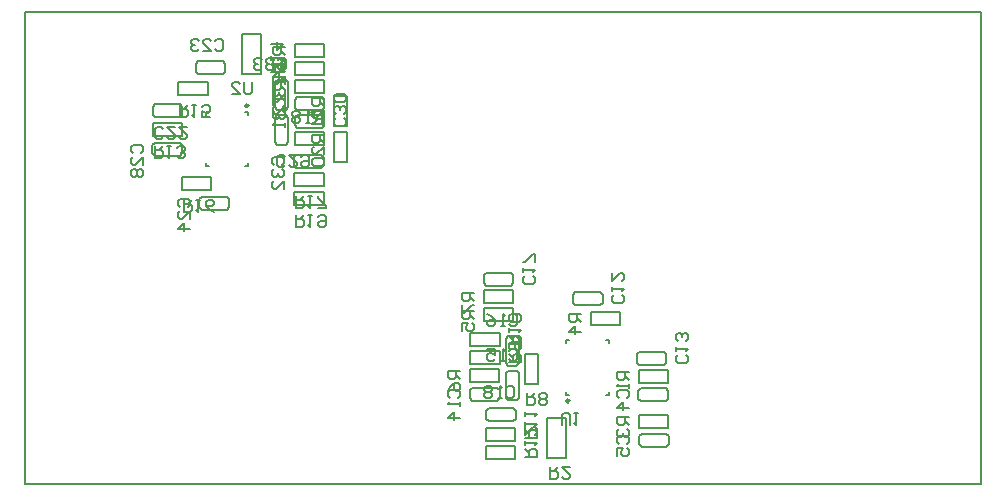
<source format=gbo>
%FSLAX25Y25*%
%MOIN*%
G70*
G01*
G75*
G04 Layer_Color=32896*
%ADD10R,0.10630X0.03937*%
%ADD11R,0.02126X0.03543*%
%ADD12R,0.06299X0.01969*%
%ADD13R,0.07874X0.14410*%
%ADD14R,0.09843X0.14410*%
%ADD15R,0.25590X0.07559*%
%ADD16R,0.03543X0.02126*%
%ADD17R,0.01969X0.06299*%
%ADD18R,0.14410X0.07874*%
%ADD19R,0.14410X0.09843*%
%ADD20R,0.48504X0.15354*%
%ADD21C,0.00800*%
%ADD22R,0.19863X0.06977*%
%ADD23R,0.06180X0.93198*%
%ADD24R,0.45000X0.11900*%
%ADD25R,0.14563X0.09851*%
%ADD26R,0.30545X0.09475*%
%ADD27R,0.84414X0.11700*%
%ADD28R,0.46600X0.09300*%
%ADD29R,0.07500X0.15800*%
%ADD30R,0.07871X0.17200*%
%ADD31C,0.00500*%
%ADD32O,0.11811X0.09843*%
%ADD33R,0.11811X0.09843*%
%ADD34C,0.04000*%
%ADD35C,0.03000*%
%ADD36C,0.02000*%
%ADD37C,0.05000*%
%ADD38R,0.02756X0.03347*%
%ADD39R,0.03347X0.02756*%
%ADD40R,0.05118X0.03937*%
%ADD41O,0.02756X0.01181*%
%ADD42O,0.01181X0.02756*%
%ADD43R,0.07087X0.13386*%
%ADD44R,0.05000X0.94000*%
%ADD45R,0.16800X0.04300*%
%ADD46R,0.02620X0.27359*%
%ADD47R,0.02295X0.26700*%
%ADD48C,0.01000*%
%ADD49R,0.82400X0.16100*%
%ADD50R,0.11430X0.04737*%
%ADD51R,0.02926X0.04343*%
%ADD52R,0.07099X0.02769*%
%ADD53R,0.08674X0.15210*%
%ADD54R,0.10642X0.15210*%
%ADD55R,0.26391X0.08359*%
%ADD56R,0.04343X0.02926*%
%ADD57R,0.02769X0.07099*%
%ADD58R,0.15210X0.08674*%
%ADD59R,0.15210X0.10642*%
%ADD60R,0.49304X0.16154*%
%ADD61O,0.12611X0.10642*%
%ADD62R,0.12611X0.10642*%
%ADD63R,0.03556X0.04147*%
%ADD64R,0.04147X0.03556*%
%ADD65R,0.05918X0.04737*%
%ADD66O,0.03556X0.01981*%
%ADD67O,0.01981X0.03556*%
%ADD68R,0.07887X0.14186*%
%ADD69C,0.00984*%
D31*
X43445Y-30835D02*
X51713D01*
X52500Y-34378D02*
Y-31622D01*
X42658Y-34378D02*
Y-31622D01*
X43445Y-35165D02*
X51713D01*
X42658Y-34378D02*
X43445Y-35165D01*
X42658Y-31622D02*
X43445Y-30835D01*
X51713D02*
X52500Y-31622D01*
X51713Y-35165D02*
X52500Y-34378D01*
X57739Y-20765D02*
X66007D01*
X56952Y-19978D02*
Y-17222D01*
X66795Y-19978D02*
Y-17222D01*
X57739Y-16435D02*
X66007D01*
X66795Y-17222D01*
X66007Y-20765D02*
X66795Y-19978D01*
X56952D02*
X57739Y-20765D01*
X56952Y-17222D02*
X57739Y-16435D01*
X59039Y-65865D02*
X67307D01*
X58252Y-65078D02*
Y-62322D01*
X68094Y-65078D02*
Y-62322D01*
X59039Y-61535D02*
X67307D01*
X68094Y-62322D01*
X67307Y-65865D02*
X68094Y-65078D01*
X58252D02*
X59039Y-65865D01*
X58252Y-62322D02*
X59039Y-61535D01*
X43339Y-47865D02*
X51607D01*
X42552Y-47078D02*
Y-44322D01*
X52394Y-47078D02*
Y-44322D01*
X43339Y-43535D02*
X51607D01*
X52394Y-44322D01*
X51607Y-47865D02*
X52394Y-47078D01*
X42552D02*
X43339Y-47865D01*
X42552Y-44322D02*
X43339Y-43535D01*
X87765Y-43487D02*
Y-35219D01*
X84222Y-44274D02*
X86978D01*
X84222Y-34431D02*
X86978D01*
X83435Y-43487D02*
Y-35219D01*
X84222Y-34431D01*
X86978D02*
X87765Y-35219D01*
X86978Y-44274D02*
X87765Y-43487D01*
X83435D02*
X84222Y-44274D01*
X90739Y-34275D02*
X99007D01*
X99795Y-37818D02*
Y-35062D01*
X89952Y-37818D02*
Y-35062D01*
X90739Y-38605D02*
X99007D01*
X89952Y-37818D02*
X90739Y-38605D01*
X89952Y-35062D02*
X90739Y-34275D01*
X99007D02*
X99795Y-35062D01*
X99007Y-38605D02*
X99795Y-37818D01*
X90739Y-32745D02*
X99007D01*
X89952Y-31958D02*
Y-29202D01*
X99795Y-31958D02*
Y-29202D01*
X90739Y-28415D02*
X99007D01*
X99795Y-29202D01*
X99007Y-32745D02*
X99795Y-31958D01*
X89952D02*
X90739Y-32745D01*
X89952Y-29202D02*
X90739Y-28415D01*
X90545Y-51965D02*
X98813D01*
X89758Y-51178D02*
Y-48422D01*
X99600Y-51178D02*
Y-48422D01*
X90545Y-47635D02*
X98813D01*
X99600Y-48422D01*
X98813Y-51965D02*
X99600Y-51178D01*
X89758D02*
X90545Y-51965D01*
X89758Y-48422D02*
X90545Y-47635D01*
X83435Y-31781D02*
Y-23513D01*
X84222Y-22726D02*
X86978D01*
X84222Y-32568D02*
X86978D01*
X87765Y-31781D02*
Y-23513D01*
X86978Y-32568D02*
X87765Y-31781D01*
X83435D02*
X84222Y-32568D01*
X83435Y-23513D02*
X84222Y-22726D01*
X86978D02*
X87765Y-23513D01*
X42658Y-41365D02*
X52500D01*
X42658Y-37035D02*
X52500D01*
X42658Y-41365D02*
Y-37035D01*
X52500Y-41365D02*
Y-37035D01*
X72576Y-7370D02*
X78876D01*
X72576Y-20756D02*
X78876D01*
X72576Y-8354D02*
X72576D01*
X78876Y-20756D02*
Y-7370D01*
X72576Y-20756D02*
Y-7370D01*
X51157Y-27665D02*
X61000D01*
X51157Y-23335D02*
X61000D01*
X51157Y-27665D02*
Y-23335D01*
X61000Y-27665D02*
Y-23335D01*
X52358Y-59365D02*
X62200D01*
X52358Y-55035D02*
X62200D01*
X52358Y-59365D02*
Y-55035D01*
X62200Y-59365D02*
Y-55035D01*
X89863Y-57965D02*
X99705D01*
X89863Y-53635D02*
X99705D01*
X89863Y-57965D02*
Y-53635D01*
X99705Y-57965D02*
Y-53635D01*
X89952Y-40135D02*
X99795D01*
X89952Y-44465D02*
X99795D01*
Y-40135D01*
X89952Y-44465D02*
Y-40135D01*
X89863Y-64265D02*
X99705D01*
X89863Y-59935D02*
X99705D01*
X89863Y-64265D02*
Y-59935D01*
X99705Y-64265D02*
Y-59935D01*
X103135Y-49974D02*
Y-40132D01*
X107465Y-49974D02*
Y-40132D01*
X103135D02*
X107465D01*
X103135Y-49974D02*
X107465D01*
X102935Y-37874D02*
Y-28032D01*
X107265Y-37874D02*
Y-28032D01*
X102935D02*
X107265D01*
X102935Y-37874D02*
X107265D01*
X89952Y-22555D02*
X99795D01*
X89952Y-26885D02*
X99795D01*
Y-22555D01*
X89952Y-26885D02*
Y-22555D01*
Y-16695D02*
X99795D01*
X89952Y-21025D02*
X99795D01*
Y-16695D01*
X89952Y-21025D02*
Y-16695D01*
Y-10835D02*
X99795D01*
X89952Y-15165D02*
X99795D01*
Y-10835D01*
X89952Y-15165D02*
Y-10835D01*
X74513Y-34200D02*
Y-33245D01*
X73528D02*
X74513D01*
X60339D02*
X61324D01*
X60339Y-34200D02*
Y-33245D01*
Y-51355D02*
Y-50400D01*
Y-51355D02*
X61324D01*
X73528D02*
X74513D01*
Y-50300D01*
X154639Y-136459D02*
X162907D01*
X153852Y-135672D02*
Y-132916D01*
X163695Y-135672D02*
Y-132916D01*
X154639Y-132128D02*
X162907D01*
X163695Y-132916D01*
X162907Y-136459D02*
X163695Y-135672D01*
X153852D02*
X154639Y-136459D01*
X153852Y-132916D02*
X154639Y-132128D01*
X149213Y-129565D02*
X157481D01*
X148426Y-128778D02*
Y-126022D01*
X158268Y-128778D02*
Y-126022D01*
X149213Y-125235D02*
X157481D01*
X158268Y-126022D01*
X157481Y-129565D02*
X158268Y-128778D01*
X148426D02*
X149213Y-129565D01*
X148426Y-126022D02*
X149213Y-125235D01*
X160461Y-128675D02*
Y-120407D01*
X161248Y-119620D02*
X164004D01*
X161248Y-129462D02*
X164004D01*
X164791Y-128675D02*
Y-120407D01*
X164004Y-129462D02*
X164791Y-128675D01*
X160461D02*
X161248Y-129462D01*
X160461Y-120407D02*
X161248Y-119620D01*
X164004D02*
X164791Y-120407D01*
X160361Y-117175D02*
Y-108907D01*
X161148Y-108120D02*
X163904D01*
X161148Y-117962D02*
X163904D01*
X164691Y-117175D02*
Y-108907D01*
X163904Y-117962D02*
X164691Y-117175D01*
X160361D02*
X161148Y-117962D01*
X160361Y-108907D02*
X161148Y-108120D01*
X163904D02*
X164691Y-108907D01*
X153819Y-86935D02*
X162087D01*
X162874Y-90478D02*
Y-87722D01*
X153032Y-90478D02*
Y-87722D01*
X153819Y-91265D02*
X162087D01*
X153032Y-90478D02*
X153819Y-91265D01*
X153032Y-87722D02*
X153819Y-86935D01*
X162087D02*
X162874Y-87722D01*
X162087Y-91265D02*
X162874Y-90478D01*
X148352Y-119028D02*
X158194D01*
X148352Y-123359D02*
X158194D01*
Y-119028D01*
X148352Y-123359D02*
Y-119028D01*
X153052Y-92828D02*
X162894D01*
X153052Y-97159D02*
X162894D01*
Y-92828D01*
X153052Y-97159D02*
Y-92828D01*
X166861Y-123868D02*
Y-114025D01*
X171191Y-123868D02*
Y-114025D01*
X166861D02*
X171191D01*
X166861Y-123868D02*
X171191D01*
X148432Y-117365D02*
X158274D01*
X148432Y-113035D02*
X158274D01*
X148432Y-117365D02*
Y-113035D01*
X158274Y-117365D02*
Y-113035D01*
X148432Y-111465D02*
X158274D01*
X148432Y-107135D02*
X158274D01*
X148432Y-111465D02*
Y-107135D01*
X158274Y-111465D02*
Y-107135D01*
X153657Y-142859D02*
X163500D01*
X153657Y-138528D02*
X163500D01*
X153657Y-142859D02*
Y-138528D01*
X163500Y-142859D02*
Y-138528D01*
X153657Y-149059D02*
X163500D01*
X153657Y-144728D02*
X163500D01*
X153657Y-149059D02*
Y-144728D01*
X163500Y-149059D02*
Y-144728D01*
X153052Y-98828D02*
X162894D01*
X153052Y-103159D02*
X162894D01*
Y-98828D01*
X153052Y-103159D02*
Y-98828D01*
X205339Y-129759D02*
X213607D01*
X204552Y-128972D02*
Y-126216D01*
X214394Y-128972D02*
Y-126216D01*
X205339Y-125428D02*
X213607D01*
X214394Y-126216D01*
X213607Y-129759D02*
X214394Y-128972D01*
X204552D02*
X205339Y-129759D01*
X204552Y-126216D02*
X205339Y-125428D01*
X205639Y-144959D02*
X213907D01*
X204852Y-144172D02*
Y-141416D01*
X214694Y-144172D02*
Y-141416D01*
X205639Y-140628D02*
X213907D01*
X214694Y-141416D01*
X213907Y-144959D02*
X214694Y-144172D01*
X204852D02*
X205639Y-144959D01*
X204852Y-141416D02*
X205639Y-140628D01*
X204614Y-119306D02*
X214457D01*
X204614Y-123637D02*
X214457D01*
Y-119306D01*
X204614Y-123637D02*
Y-119306D01*
X174176Y-148624D02*
X180476D01*
X174176Y-135238D02*
X180476D01*
X180476Y-147639D02*
X180476D01*
X174176Y-148624D02*
Y-135238D01*
X180476Y-148624D02*
Y-135238D01*
X204752Y-134428D02*
X214595D01*
X204752Y-138759D02*
X214595D01*
Y-134428D01*
X204752Y-138759D02*
Y-134428D01*
X204845Y-113328D02*
X213113D01*
X213900Y-116872D02*
Y-114116D01*
X204058Y-116872D02*
Y-114116D01*
X204845Y-117659D02*
X213113D01*
X204058Y-116872D02*
X204845Y-117659D01*
X204058Y-114116D02*
X204845Y-113328D01*
X213113D02*
X213900Y-114116D01*
X213113Y-117659D02*
X213900Y-116872D01*
X183545Y-93428D02*
X191813D01*
X192600Y-96972D02*
Y-94216D01*
X182757Y-96972D02*
Y-94216D01*
X183545Y-97759D02*
X191813D01*
X182757Y-96972D02*
X183545Y-97759D01*
X182757Y-94216D02*
X183545Y-93428D01*
X191813D02*
X192600Y-94216D01*
X191813Y-97759D02*
X192600Y-96972D01*
X188652Y-99928D02*
X198495D01*
X188652Y-104259D02*
X198495D01*
Y-99928D01*
X188652Y-104259D02*
Y-99928D01*
X180539Y-127549D02*
Y-126594D01*
Y-127549D02*
X181524D01*
X193728D02*
X194713D01*
Y-126594D01*
Y-110394D02*
Y-109439D01*
X193728D02*
X194713D01*
X180539D02*
X181524D01*
X180539Y-110494D02*
Y-109439D01*
X179176Y-137542D02*
Y-134210D01*
X179842Y-133544D01*
X181175D01*
X181842Y-134210D01*
Y-137542D01*
X183175Y-133544D02*
X184508D01*
X183841D01*
Y-137542D01*
X183175Y-136876D01*
X75876Y-23251D02*
Y-26584D01*
X75209Y-27250D01*
X73877D01*
X73210Y-26584D01*
Y-23251D01*
X69212Y-27250D02*
X71877D01*
X69212Y-24584D01*
Y-23918D01*
X69878Y-23251D01*
X71211D01*
X71877Y-23918D01*
X149776Y-99544D02*
X145777D01*
Y-101543D01*
X146444Y-102209D01*
X147777D01*
X148443Y-101543D01*
Y-99544D01*
Y-100877D02*
X149776Y-102209D01*
X145777Y-106208D02*
Y-103542D01*
X147777D01*
X147110Y-104875D01*
Y-105542D01*
X147777Y-106208D01*
X149109D01*
X149776Y-105542D01*
Y-104209D01*
X149109Y-103542D01*
X166776Y-148344D02*
X170775D01*
Y-146344D01*
X170108Y-145678D01*
X168775D01*
X168109Y-146344D01*
Y-148344D01*
Y-147011D02*
X166776Y-145678D01*
Y-144345D02*
Y-143012D01*
Y-143678D01*
X170775D01*
X170108Y-144345D01*
X166776Y-138347D02*
Y-141013D01*
X169442Y-138347D01*
X170108D01*
X170775Y-139013D01*
Y-140346D01*
X170108Y-141013D01*
X166776Y-142144D02*
X170775D01*
Y-140144D01*
X170108Y-139478D01*
X168775D01*
X168109Y-140144D01*
Y-142144D01*
Y-140811D02*
X166776Y-139478D01*
Y-138145D02*
Y-136812D01*
Y-137478D01*
X170775D01*
X170108Y-138145D01*
X166776Y-134813D02*
Y-133480D01*
Y-134146D01*
X170775D01*
X170108Y-134813D01*
X161550Y-110750D02*
X165549D01*
Y-108751D01*
X164882Y-108084D01*
X163549D01*
X162883Y-108751D01*
Y-110750D01*
Y-109417D02*
X161550Y-108084D01*
Y-106751D02*
Y-105418D01*
Y-106085D01*
X165549D01*
X164882Y-106751D01*
Y-103419D02*
X165549Y-102753D01*
Y-101420D01*
X164882Y-100753D01*
X162216D01*
X161550Y-101420D01*
Y-102753D01*
X162216Y-103419D01*
X164882D01*
X161550Y-116650D02*
X165549D01*
Y-114651D01*
X164882Y-113984D01*
X163549D01*
X162883Y-114651D01*
Y-116650D01*
Y-115317D02*
X161550Y-113984D01*
X162216Y-112651D02*
X161550Y-111985D01*
Y-110652D01*
X162216Y-109985D01*
X164882D01*
X165549Y-110652D01*
Y-111985D01*
X164882Y-112651D01*
X164216D01*
X163549Y-111985D01*
Y-109985D01*
X167576Y-127144D02*
Y-131142D01*
X169575D01*
X170242Y-130476D01*
Y-129143D01*
X169575Y-128477D01*
X167576D01*
X168909D02*
X170242Y-127144D01*
X171575Y-130476D02*
X172241Y-131142D01*
X173574D01*
X174241Y-130476D01*
Y-129809D01*
X173574Y-129143D01*
X174241Y-128477D01*
Y-127810D01*
X173574Y-127144D01*
X172241D01*
X171575Y-127810D01*
Y-128477D01*
X172241Y-129143D01*
X171575Y-129809D01*
Y-130476D01*
X172241Y-129143D02*
X173574D01*
X149776Y-93544D02*
X145777D01*
Y-95543D01*
X146444Y-96210D01*
X147777D01*
X148443Y-95543D01*
Y-93544D01*
Y-94877D02*
X149776Y-96210D01*
X145777Y-97542D02*
Y-100208D01*
X146444D01*
X149109Y-97542D01*
X149776D01*
X145076Y-119744D02*
X141077D01*
Y-121743D01*
X141744Y-122409D01*
X143077D01*
X143743Y-121743D01*
Y-119744D01*
Y-121077D02*
X145076Y-122409D01*
X141077Y-126408D02*
X141744Y-125075D01*
X143077Y-123742D01*
X144410D01*
X145076Y-124409D01*
Y-125742D01*
X144410Y-126408D01*
X143743D01*
X143077Y-125742D01*
Y-123742D01*
X185376Y-100644D02*
X181377D01*
Y-102643D01*
X182044Y-103310D01*
X183377D01*
X184043Y-102643D01*
Y-100644D01*
Y-101977D02*
X185376Y-103310D01*
Y-106642D02*
X181377D01*
X183377Y-104642D01*
Y-107308D01*
X201476Y-135144D02*
X197477D01*
Y-137143D01*
X198144Y-137810D01*
X199477D01*
X200143Y-137143D01*
Y-135144D01*
Y-136477D02*
X201476Y-137810D01*
X198144Y-139142D02*
X197477Y-139809D01*
Y-141142D01*
X198144Y-141808D01*
X198810D01*
X199477Y-141142D01*
Y-140475D01*
Y-141142D01*
X200143Y-141808D01*
X200810D01*
X201476Y-141142D01*
Y-139809D01*
X200810Y-139142D01*
X174976Y-151844D02*
Y-155842D01*
X176975D01*
X177642Y-155176D01*
Y-153843D01*
X176975Y-153177D01*
X174976D01*
X176309D02*
X177642Y-151844D01*
X181641D02*
X178975D01*
X181641Y-154509D01*
Y-155176D01*
X180974Y-155842D01*
X179641D01*
X178975Y-155176D01*
X201338Y-120022D02*
X197339D01*
Y-122021D01*
X198006Y-122687D01*
X199339D01*
X200005Y-122021D01*
Y-120022D01*
Y-121355D02*
X201338Y-122687D01*
Y-124020D02*
Y-125353D01*
Y-124687D01*
X197339D01*
X198006Y-124020D01*
X86676Y-11550D02*
X82677D01*
Y-13549D01*
X83344Y-14216D01*
X84677D01*
X85343Y-13549D01*
Y-11550D01*
Y-12883D02*
X86676Y-14216D01*
Y-18214D02*
Y-15549D01*
X84010Y-18214D01*
X83344D01*
X82677Y-17548D01*
Y-16215D01*
X83344Y-15549D01*
X86676Y-21547D02*
X82677D01*
X84677Y-19547D01*
Y-22213D01*
X86676Y-17410D02*
X82677D01*
Y-19409D01*
X83344Y-20076D01*
X84677D01*
X85343Y-19409D01*
Y-17410D01*
Y-18743D02*
X86676Y-20076D01*
Y-24074D02*
Y-21409D01*
X84010Y-24074D01*
X83344D01*
X82677Y-23408D01*
Y-22075D01*
X83344Y-21409D01*
Y-25407D02*
X82677Y-26074D01*
Y-27407D01*
X83344Y-28073D01*
X84010D01*
X84677Y-27407D01*
Y-26740D01*
Y-27407D01*
X85343Y-28073D01*
X86010D01*
X86676Y-27407D01*
Y-26074D01*
X86010Y-25407D01*
X86676Y-23270D02*
X82677D01*
Y-25269D01*
X83344Y-25936D01*
X84677D01*
X85343Y-25269D01*
Y-23270D01*
Y-24603D02*
X86676Y-25936D01*
Y-29934D02*
Y-27269D01*
X84010Y-29934D01*
X83344D01*
X82677Y-29268D01*
Y-27935D01*
X83344Y-27269D01*
X86676Y-33933D02*
Y-31267D01*
X84010Y-33933D01*
X83344D01*
X82677Y-33267D01*
Y-31934D01*
X83344Y-31267D01*
X99650Y-28750D02*
X95651D01*
Y-30749D01*
X96318Y-31416D01*
X97651D01*
X98317Y-30749D01*
Y-28750D01*
Y-30083D02*
X99650Y-31416D01*
Y-35414D02*
Y-32749D01*
X96984Y-35414D01*
X96318D01*
X95651Y-34748D01*
Y-33415D01*
X96318Y-32749D01*
X99650Y-36747D02*
Y-38080D01*
Y-37414D01*
X95651D01*
X96318Y-36747D01*
X99850Y-40850D02*
X95851D01*
Y-42849D01*
X96518Y-43516D01*
X97851D01*
X98517Y-42849D01*
Y-40850D01*
Y-42183D02*
X99850Y-43516D01*
Y-47515D02*
Y-44849D01*
X97184Y-47515D01*
X96518D01*
X95851Y-46848D01*
Y-45515D01*
X96518Y-44849D01*
Y-48847D02*
X95851Y-49514D01*
Y-50847D01*
X96518Y-51513D01*
X99184D01*
X99850Y-50847D01*
Y-49514D01*
X99184Y-48847D01*
X96518D01*
X90582Y-67550D02*
Y-71549D01*
X92581D01*
X93247Y-70882D01*
Y-69549D01*
X92581Y-68883D01*
X90582D01*
X91914D02*
X93247Y-67550D01*
X94580D02*
X95913D01*
X95247D01*
Y-71549D01*
X94580Y-70882D01*
X97913Y-68216D02*
X98579Y-67550D01*
X99912D01*
X100578Y-68216D01*
Y-70882D01*
X99912Y-71549D01*
X98579D01*
X97913Y-70882D01*
Y-70216D01*
X98579Y-69549D01*
X100578D01*
X99076Y-36850D02*
Y-32851D01*
X97077D01*
X96410Y-33518D01*
Y-34851D01*
X97077Y-35517D01*
X99076D01*
X97743D02*
X96410Y-36850D01*
X95077D02*
X93744D01*
X94411D01*
Y-32851D01*
X95077Y-33518D01*
X91745D02*
X91079Y-32851D01*
X89746D01*
X89079Y-33518D01*
Y-34184D01*
X89746Y-34851D01*
X89079Y-35517D01*
Y-36184D01*
X89746Y-36850D01*
X91079D01*
X91745Y-36184D01*
Y-35517D01*
X91079Y-34851D01*
X91745Y-34184D01*
Y-33518D01*
X91079Y-34851D02*
X89746D01*
X90582Y-61250D02*
Y-65249D01*
X92581D01*
X93247Y-64582D01*
Y-63249D01*
X92581Y-62583D01*
X90582D01*
X91914D02*
X93247Y-61250D01*
X94580D02*
X95913D01*
X95247D01*
Y-65249D01*
X94580Y-64582D01*
X97913Y-65249D02*
X100578D01*
Y-64582D01*
X97913Y-61916D01*
Y-61250D01*
X53076Y-62650D02*
Y-66649D01*
X55075D01*
X55742Y-65982D01*
Y-64649D01*
X55075Y-63983D01*
X53076D01*
X54409D02*
X55742Y-62650D01*
X57075D02*
X58408D01*
X57741D01*
Y-66649D01*
X57075Y-65982D01*
X63073Y-66649D02*
X61740Y-65982D01*
X60407Y-64649D01*
Y-63316D01*
X61073Y-62650D01*
X62406D01*
X63073Y-63316D01*
Y-63983D01*
X62406Y-64649D01*
X60407D01*
X51876Y-30950D02*
Y-34949D01*
X53875D01*
X54542Y-34282D01*
Y-32949D01*
X53875Y-32283D01*
X51876D01*
X53209D02*
X54542Y-30950D01*
X55875D02*
X57208D01*
X56541D01*
Y-34949D01*
X55875Y-34282D01*
X61873Y-34949D02*
X59207D01*
Y-32949D01*
X60540Y-33616D01*
X61206D01*
X61873Y-32949D01*
Y-31616D01*
X61206Y-30950D01*
X59873D01*
X59207Y-31616D01*
X82076Y-20050D02*
X86075D01*
Y-18051D01*
X85408Y-17384D01*
X84075D01*
X83409Y-18051D01*
Y-20050D01*
Y-18717D02*
X82076Y-17384D01*
Y-16051D02*
Y-14718D01*
Y-15385D01*
X86075D01*
X85408Y-16051D01*
X82076Y-10720D02*
X86075D01*
X84075Y-12719D01*
Y-10053D01*
X43376Y-44650D02*
Y-48649D01*
X45375D01*
X46042Y-47982D01*
Y-46649D01*
X45375Y-45983D01*
X43376D01*
X44709D02*
X46042Y-44650D01*
X47375D02*
X48708D01*
X48041D01*
Y-48649D01*
X47375Y-47982D01*
X50707D02*
X51373Y-48649D01*
X52706D01*
X53373Y-47982D01*
Y-47316D01*
X52706Y-46649D01*
X52040D01*
X52706D01*
X53373Y-45983D01*
Y-45316D01*
X52706Y-44650D01*
X51373D01*
X50707Y-45316D01*
X169482Y-87884D02*
X170149Y-88551D01*
Y-89884D01*
X169482Y-90550D01*
X166816D01*
X166150Y-89884D01*
Y-88551D01*
X166816Y-87884D01*
X166150Y-86551D02*
Y-85218D01*
Y-85885D01*
X170149D01*
X169482Y-86551D01*
X170149Y-83219D02*
Y-80553D01*
X169482D01*
X166816Y-83219D01*
X166150D01*
X161310Y-101511D02*
X161977Y-100845D01*
X163310D01*
X163976Y-101511D01*
Y-104177D01*
X163310Y-104844D01*
X161977D01*
X161310Y-104177D01*
X159977Y-104844D02*
X158644D01*
X159311D01*
Y-100845D01*
X159977Y-101511D01*
X153979Y-100845D02*
X155312Y-101511D01*
X156645Y-102844D01*
Y-104177D01*
X155979Y-104844D01*
X154646D01*
X153979Y-104177D01*
Y-103511D01*
X154646Y-102844D01*
X156645D01*
X161410Y-113011D02*
X162077Y-112345D01*
X163409D01*
X164076Y-113011D01*
Y-115677D01*
X163409Y-116344D01*
X162077D01*
X161410Y-115677D01*
X160077Y-116344D02*
X158744D01*
X159411D01*
Y-112345D01*
X160077Y-113011D01*
X154079Y-112345D02*
X156745D01*
Y-114344D01*
X155412Y-113678D01*
X154746D01*
X154079Y-114344D01*
Y-115677D01*
X154746Y-116344D01*
X156079D01*
X156745Y-115677D01*
X141818Y-128616D02*
X141151Y-127949D01*
Y-126617D01*
X141818Y-125950D01*
X144483D01*
X145150Y-126617D01*
Y-127949D01*
X144483Y-128616D01*
X145150Y-129949D02*
Y-131282D01*
Y-130615D01*
X141151D01*
X141818Y-129949D01*
X145150Y-135280D02*
X141151D01*
X143151Y-133281D01*
Y-135947D01*
X220508Y-114278D02*
X221175Y-114944D01*
Y-116277D01*
X220508Y-116944D01*
X217842D01*
X217176Y-116277D01*
Y-114944D01*
X217842Y-114278D01*
X217176Y-112945D02*
Y-111612D01*
Y-112278D01*
X221175D01*
X220508Y-112945D01*
Y-109613D02*
X221175Y-108946D01*
Y-107613D01*
X220508Y-106947D01*
X219842D01*
X219175Y-107613D01*
Y-108280D01*
Y-107613D01*
X218509Y-106947D01*
X217842D01*
X217176Y-107613D01*
Y-108946D01*
X217842Y-109613D01*
X199208Y-94378D02*
X199875Y-95044D01*
Y-96377D01*
X199208Y-97044D01*
X196542D01*
X195876Y-96377D01*
Y-95044D01*
X196542Y-94378D01*
X195876Y-93045D02*
Y-91712D01*
Y-92378D01*
X199875D01*
X199208Y-93045D01*
X195876Y-87047D02*
Y-89713D01*
X198542Y-87047D01*
X199208D01*
X199875Y-87713D01*
Y-89046D01*
X199208Y-89713D01*
X84384Y-16118D02*
X85051Y-15451D01*
X86384D01*
X87050Y-16118D01*
Y-18783D01*
X86384Y-19450D01*
X85051D01*
X84384Y-18783D01*
X83051Y-16118D02*
X82385Y-15451D01*
X81052D01*
X80386Y-16118D01*
Y-16784D01*
X81052Y-17451D01*
X81718D01*
X81052D01*
X80386Y-18117D01*
Y-18783D01*
X81052Y-19450D01*
X82385D01*
X83051Y-18783D01*
X79053Y-16118D02*
X78386Y-15451D01*
X77053D01*
X76387Y-16118D01*
Y-16784D01*
X77053Y-17451D01*
X77720D01*
X77053D01*
X76387Y-18117D01*
Y-18783D01*
X77053Y-19450D01*
X78386D01*
X79053Y-18783D01*
X83149Y-51016D02*
X82483Y-50349D01*
Y-49016D01*
X83149Y-48350D01*
X85815D01*
X86481Y-49016D01*
Y-50349D01*
X85815Y-51016D01*
X83149Y-52349D02*
X82483Y-53015D01*
Y-54348D01*
X83149Y-55014D01*
X83816D01*
X84482Y-54348D01*
Y-53682D01*
Y-54348D01*
X85149Y-55014D01*
X85815D01*
X86481Y-54348D01*
Y-53015D01*
X85815Y-52349D01*
X86481Y-59013D02*
Y-56347D01*
X83816Y-59013D01*
X83149D01*
X82483Y-58347D01*
Y-57014D01*
X83149Y-56347D01*
X83344Y-31796D02*
X82677Y-31129D01*
Y-29796D01*
X83344Y-29130D01*
X86010D01*
X86676Y-29796D01*
Y-31129D01*
X86010Y-31796D01*
X83344Y-33129D02*
X82677Y-33795D01*
Y-35128D01*
X83344Y-35794D01*
X84010D01*
X84677Y-35128D01*
Y-34462D01*
Y-35128D01*
X85343Y-35794D01*
X86010D01*
X86676Y-35128D01*
Y-33795D01*
X86010Y-33129D01*
X86676Y-37127D02*
Y-38460D01*
Y-37794D01*
X82677D01*
X83344Y-37127D01*
X198244Y-144009D02*
X197577Y-143343D01*
Y-142010D01*
X198244Y-141344D01*
X200909D01*
X201576Y-142010D01*
Y-143343D01*
X200909Y-144009D01*
X197577Y-148008D02*
Y-145342D01*
X199577D01*
X198910Y-146675D01*
Y-147342D01*
X199577Y-148008D01*
X200909D01*
X201576Y-147342D01*
Y-146009D01*
X200909Y-145342D01*
X106403Y-35224D02*
X107069Y-35891D01*
Y-37224D01*
X106403Y-37890D01*
X103737D01*
X103070Y-37224D01*
Y-35891D01*
X103737Y-35224D01*
X106403Y-33891D02*
X107069Y-33225D01*
Y-31892D01*
X106403Y-31225D01*
X105736D01*
X105070Y-31892D01*
Y-32558D01*
Y-31892D01*
X104403Y-31225D01*
X103737D01*
X103070Y-31892D01*
Y-33225D01*
X103737Y-33891D01*
X106403Y-29893D02*
X107069Y-29226D01*
Y-27893D01*
X106403Y-27227D01*
X103737D01*
X103070Y-27893D01*
Y-29226D01*
X103737Y-29893D01*
X106403D01*
X86816Y-50882D02*
X86149Y-51549D01*
X84816D01*
X84150Y-50882D01*
Y-48216D01*
X84816Y-47550D01*
X86149D01*
X86816Y-48216D01*
X90815Y-47550D02*
X88149D01*
X90815Y-50216D01*
Y-50882D01*
X90148Y-51549D01*
X88815D01*
X88149Y-50882D01*
X92147Y-48216D02*
X92814Y-47550D01*
X94147D01*
X94813Y-48216D01*
Y-50882D01*
X94147Y-51549D01*
X92814D01*
X92147Y-50882D01*
Y-50216D01*
X92814Y-49549D01*
X94813D01*
X35944Y-46916D02*
X35277Y-46249D01*
Y-44916D01*
X35944Y-44250D01*
X38609D01*
X39276Y-44916D01*
Y-46249D01*
X38609Y-46916D01*
X39276Y-50915D02*
Y-48249D01*
X36610Y-50915D01*
X35944D01*
X35277Y-50248D01*
Y-48915D01*
X35944Y-48249D01*
Y-52247D02*
X35277Y-52914D01*
Y-54247D01*
X35944Y-54913D01*
X36610D01*
X37277Y-54247D01*
X37943Y-54913D01*
X38609D01*
X39276Y-54247D01*
Y-52914D01*
X38609Y-52247D01*
X37943D01*
X37277Y-52914D01*
X36610Y-52247D01*
X35944D01*
X37277Y-52914D02*
Y-54247D01*
X51644Y-64916D02*
X50977Y-64249D01*
Y-62916D01*
X51644Y-62250D01*
X54309D01*
X54976Y-62916D01*
Y-64249D01*
X54309Y-64916D01*
X54976Y-68915D02*
Y-66249D01*
X52310Y-68915D01*
X51644D01*
X50977Y-68248D01*
Y-66915D01*
X51644Y-66249D01*
X54976Y-72247D02*
X50977D01*
X52977Y-70247D01*
Y-72913D01*
X197944Y-128809D02*
X197277Y-128143D01*
Y-126810D01*
X197944Y-126144D01*
X200609D01*
X201276Y-126810D01*
Y-128143D01*
X200609Y-128809D01*
X201276Y-132142D02*
X197277D01*
X199277Y-130142D01*
Y-132808D01*
X63410Y-9818D02*
X64077Y-9151D01*
X65409D01*
X66076Y-9818D01*
Y-12483D01*
X65409Y-13150D01*
X64077D01*
X63410Y-12483D01*
X59412Y-13150D02*
X62077D01*
X59412Y-10484D01*
Y-9818D01*
X60078Y-9151D01*
X61411D01*
X62077Y-9818D01*
X58079D02*
X57412Y-9151D01*
X56079D01*
X55413Y-9818D01*
Y-10484D01*
X56079Y-11151D01*
X56746D01*
X56079D01*
X55413Y-11817D01*
Y-12483D01*
X56079Y-13150D01*
X57412D01*
X58079Y-12483D01*
X46042Y-41782D02*
X45375Y-42449D01*
X44042D01*
X43376Y-41782D01*
Y-39116D01*
X44042Y-38450D01*
X45375D01*
X46042Y-39116D01*
X50041Y-38450D02*
X47375D01*
X50041Y-41116D01*
Y-41782D01*
X49374Y-42449D01*
X48041D01*
X47375Y-41782D01*
X54039Y-38450D02*
X51373D01*
X54039Y-41116D01*
Y-41782D01*
X53373Y-42449D01*
X52040D01*
X51373Y-41782D01*
X160310Y-125511D02*
X160977Y-124845D01*
X162310D01*
X162976Y-125511D01*
Y-128177D01*
X162310Y-128844D01*
X160977D01*
X160310Y-128177D01*
X158977Y-128844D02*
X157644D01*
X158311D01*
Y-124845D01*
X158977Y-125511D01*
X155645D02*
X154979Y-124845D01*
X153646D01*
X152979Y-125511D01*
Y-126178D01*
X153646Y-126844D01*
X152979Y-127511D01*
Y-128177D01*
X153646Y-128844D01*
X154979D01*
X155645Y-128177D01*
Y-127511D01*
X154979Y-126844D01*
X155645Y-126178D01*
Y-125511D01*
X154979Y-126844D02*
X153646D01*
X0Y-157480D02*
Y0D01*
Y-157480D02*
X318898D01*
Y0D01*
X0D02*
X318898D01*
D69*
X74510Y-31200D02*
G03*
X74510Y-31200I-492J0D01*
G01*
X181526Y-129594D02*
G03*
X181526Y-129594I-492J0D01*
G01*
M02*

</source>
